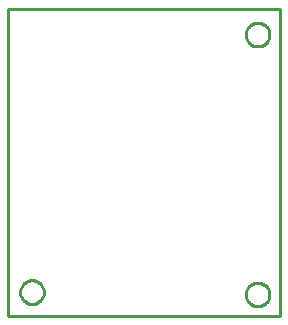
<source format=gbr>
G75*
%MOMM*%
%FSLAX34Y34*%
%LPD*%
%IN*%
%IPPOS*%
%AMOC8*
5,1,8,0,0,1.08239X$1,22.5*%
G01*
%ADD10C,0.254000*%


D10*
X0Y10000D02*
X230000Y10000D01*
X230000Y270000D01*
X0Y270000D01*
X0Y10000D01*
X30000Y29563D02*
X29924Y28694D01*
X29772Y27834D01*
X29546Y26990D01*
X29248Y26170D01*
X28879Y25378D01*
X28442Y24622D01*
X27941Y23907D01*
X27380Y23238D01*
X26762Y22620D01*
X26093Y22059D01*
X25378Y21558D01*
X24622Y21121D01*
X23830Y20752D01*
X23010Y20454D01*
X22166Y20228D01*
X21307Y20076D01*
X20437Y20000D01*
X19563Y20000D01*
X18694Y20076D01*
X17834Y20228D01*
X16990Y20454D01*
X16170Y20752D01*
X15378Y21121D01*
X14622Y21558D01*
X13907Y22059D01*
X13238Y22620D01*
X12620Y23238D01*
X12059Y23907D01*
X11558Y24622D01*
X11121Y25378D01*
X10752Y26170D01*
X10454Y26990D01*
X10228Y27834D01*
X10076Y28694D01*
X10000Y29563D01*
X10000Y30437D01*
X10076Y31307D01*
X10228Y32166D01*
X10454Y33010D01*
X10752Y33830D01*
X11121Y34622D01*
X11558Y35378D01*
X12059Y36093D01*
X12620Y36762D01*
X13238Y37380D01*
X13907Y37941D01*
X14622Y38442D01*
X15378Y38879D01*
X16170Y39248D01*
X16990Y39546D01*
X17834Y39772D01*
X18694Y39924D01*
X19563Y40000D01*
X20437Y40000D01*
X21307Y39924D01*
X22166Y39772D01*
X23010Y39546D01*
X23830Y39248D01*
X24622Y38879D01*
X25378Y38442D01*
X26093Y37941D01*
X26762Y37380D01*
X27380Y36762D01*
X27941Y36093D01*
X28442Y35378D01*
X28879Y34622D01*
X29248Y33830D01*
X29546Y33010D01*
X29772Y32166D01*
X29924Y31307D01*
X30000Y30437D01*
X30000Y29563D01*
X221000Y27563D02*
X220924Y26694D01*
X220772Y25834D01*
X220546Y24990D01*
X220248Y24170D01*
X219879Y23378D01*
X219442Y22622D01*
X218941Y21907D01*
X218380Y21238D01*
X217762Y20620D01*
X217093Y20059D01*
X216378Y19558D01*
X215622Y19121D01*
X214830Y18752D01*
X214010Y18454D01*
X213166Y18228D01*
X212307Y18076D01*
X211437Y18000D01*
X210563Y18000D01*
X209694Y18076D01*
X208834Y18228D01*
X207990Y18454D01*
X207170Y18752D01*
X206378Y19121D01*
X205622Y19558D01*
X204907Y20059D01*
X204238Y20620D01*
X203620Y21238D01*
X203059Y21907D01*
X202558Y22622D01*
X202121Y23378D01*
X201752Y24170D01*
X201454Y24990D01*
X201228Y25834D01*
X201076Y26694D01*
X201000Y27563D01*
X201000Y28437D01*
X201076Y29307D01*
X201228Y30166D01*
X201454Y31010D01*
X201752Y31830D01*
X202121Y32622D01*
X202558Y33378D01*
X203059Y34093D01*
X203620Y34762D01*
X204238Y35380D01*
X204907Y35941D01*
X205622Y36442D01*
X206378Y36879D01*
X207170Y37248D01*
X207990Y37546D01*
X208834Y37772D01*
X209694Y37924D01*
X210563Y38000D01*
X211437Y38000D01*
X212307Y37924D01*
X213166Y37772D01*
X214010Y37546D01*
X214830Y37248D01*
X215622Y36879D01*
X216378Y36442D01*
X217093Y35941D01*
X217762Y35380D01*
X218380Y34762D01*
X218941Y34093D01*
X219442Y33378D01*
X219879Y32622D01*
X220248Y31830D01*
X220546Y31010D01*
X220772Y30166D01*
X220924Y29307D01*
X221000Y28437D01*
X221000Y27563D01*
X221000Y247563D02*
X220924Y246694D01*
X220772Y245834D01*
X220546Y244990D01*
X220248Y244170D01*
X219879Y243378D01*
X219442Y242622D01*
X218941Y241907D01*
X218380Y241238D01*
X217762Y240620D01*
X217093Y240059D01*
X216378Y239558D01*
X215622Y239121D01*
X214830Y238752D01*
X214010Y238454D01*
X213166Y238228D01*
X212307Y238076D01*
X211437Y238000D01*
X210563Y238000D01*
X209694Y238076D01*
X208834Y238228D01*
X207990Y238454D01*
X207170Y238752D01*
X206378Y239121D01*
X205622Y239558D01*
X204907Y240059D01*
X204238Y240620D01*
X203620Y241238D01*
X203059Y241907D01*
X202558Y242622D01*
X202121Y243378D01*
X201752Y244170D01*
X201454Y244990D01*
X201228Y245834D01*
X201076Y246694D01*
X201000Y247563D01*
X201000Y248437D01*
X201076Y249307D01*
X201228Y250166D01*
X201454Y251010D01*
X201752Y251830D01*
X202121Y252622D01*
X202558Y253378D01*
X203059Y254093D01*
X203620Y254762D01*
X204238Y255380D01*
X204907Y255941D01*
X205622Y256442D01*
X206378Y256879D01*
X207170Y257248D01*
X207990Y257546D01*
X208834Y257772D01*
X209694Y257924D01*
X210563Y258000D01*
X211437Y258000D01*
X212307Y257924D01*
X213166Y257772D01*
X214010Y257546D01*
X214830Y257248D01*
X215622Y256879D01*
X216378Y256442D01*
X217093Y255941D01*
X217762Y255380D01*
X218380Y254762D01*
X218941Y254093D01*
X219442Y253378D01*
X219879Y252622D01*
X220248Y251830D01*
X220546Y251010D01*
X220772Y250166D01*
X220924Y249307D01*
X221000Y248437D01*
X221000Y247563D01*
M02*

</source>
